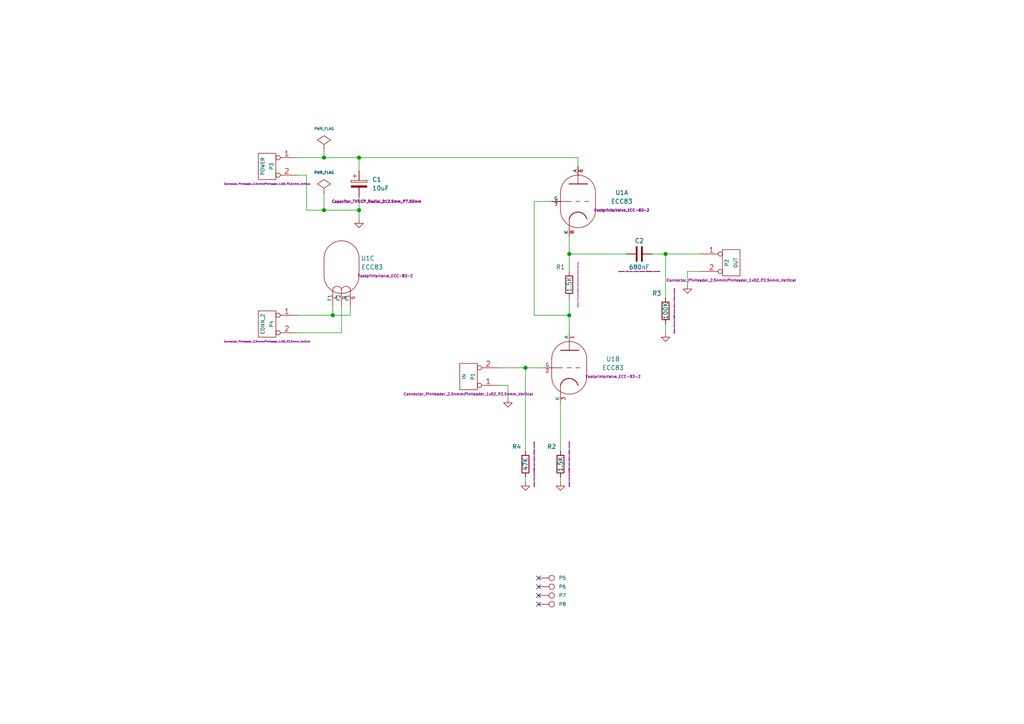
<source format=kicad_sch>
(kicad_sch (version 20231120) (generator "eeschema") (generator_version "8.0")
  (paper "A4")
  (title_block (title "ECC Push-Pull") (date "Sat 21 Mar 2015") (rev "0.1"))
  (lib_symbols
    (symbol "ecc83_schlib:C" (pin_numbers hide) (pin_names (offset 0.254))
      (property "Reference" "C" (at 0.635 2.54 0))
      (property "Value" "C" (at 0.635 -2.54 0))
      (symbol "C_0_1"
        (polyline (pts (xy -2.032 -0.762) (xy 2.032 -0.762)) (stroke (width 0.508)))
        (polyline (pts (xy -2.032 0.762) (xy 2.032 0.762)) (stroke (width 0.508)))
      )
      (symbol "C_1_1"
        (pin passive line (at 0 3.81 270) (length 2.794) (name "~") (number "1"))
        (pin passive line (at 0 -3.81 90) (length 2.794) (name "~") (number "2"))
      )
    )
    (symbol "ecc83_schlib:CONN_1" (pin_numbers hide) (pin_names (offset 0.762) hide)
      (property "Reference" "P" (at 2.032 0 0))
      (property "Footprint" "MountingHole:MountingHole_3.2mm_M3_DIN965_Pad" (at 0 -1.27 0))
      (symbol "CONN_1_0_1"
        (polyline (pts (xy -0.762 0) (xy -1.27 0)))
        (circle (center 0 0) (radius 0.7874))
      )
      (symbol "CONN_1_1_1"
        (pin passive line (at -3.81 0 0) (length 2.54) (name "1") (number "1"))
      )
    )
    (symbol "ecc83_schlib:CONN_2" (pin_names (offset 1.016) hide)
      (property "Reference" "P" (at -1.27 0 90))
      (property "Value" "CONN_2" (at 1.27 0 90))
      (symbol "CONN_2_0_1"
        (rectangle (start -2.54 3.81) (end 2.54 -3.81))
      )
      (symbol "CONN_2_1_1"
        (pin passive inverted (at -8.89 2.54 0) (length 6.35) (name "P1") (number "1"))
        (pin passive inverted (at -8.89 -2.54 0) (length 6.35) (name "PM") (number "2"))
      )
    )
    (symbol "ecc83_schlib:CP" (pin_numbers hide) (pin_names (offset 0.254))
      (property "Reference" "C" (at 0.635 2.54 0))
      (property "Value" "CP" (at 0.635 -2.54 0))
      (symbol "CP_0_1"
        (rectangle (start -2.286 0.508) (end -2.286 1.016))
        (rectangle (start -2.286 0.508) (end 2.286 0.508))
        (polyline (pts (xy -1.778 2.286) (xy -0.762 2.286)))
        (polyline (pts (xy -1.27 2.794) (xy -1.27 1.778)))
        (rectangle (start 2.286 -0.508) (end -2.286 -1.016) (fill (type outline)))
        (rectangle (start 2.286 1.016) (end -2.286 1.016))
        (rectangle (start 2.286 1.016) (end 2.286 0.508))
      )
      (symbol "CP_1_1"
        (pin passive line (at 0 3.81 270) (length 2.794) (name "~") (number "1"))
        (pin passive line (at 0 -3.81 90) (length 2.794) (name "~") (number "2"))
      )
    )
    (symbol "ecc83_schlib:ECC83" (pin_names (offset 0))
      (property "Reference" "U" (at 3.302 7.874 0))
      (property "Value" "ECC83" (at 8.89 -7.62 0))
      (symbol "ECC83_0_1"
        (arc (start -5.08 -2.54) (mid 0 -7.5979) (end 5.08 -2.54))
        (polyline (pts (xy 5.08 2.54) (xy 5.08 -2.54)))
        (polyline (pts (xy -5.08 2.54) (xy -5.08 -2.54) (xy -5.08 -2.54)))
        (arc (start 5.08 2.54) (mid 0 7.5979) (end -5.08 2.54))
      )
      (symbol "ECC83_1_0"
        (polyline (pts (xy -2.54 -5.08) (xy -2.54 -7.62)))
        (polyline (pts (xy 0 5.08) (xy 0 7.62)))
      )
      (symbol "ECC83_1_1"
        (polyline (pts (xy -5.08 0) (xy -3.175 0)))
        (polyline (pts (xy -1.905 0) (xy -3.175 0)) (stroke (width 0.1524)))
        (polyline (pts (xy -0.635 0) (xy 0.635 0)) (stroke (width 0.1524)))
        (polyline (pts (xy 1.905 0) (xy 3.175 0)) (stroke (width 0.1524)))
        (polyline (pts (xy -2.54 5.08) (xy 2.794 5.08) (xy 2.794 5.08)) (stroke (width 0.254)))
        (arc (start 2.54 -5.08) (mid 0 -3.0968) (end -2.54 -5.08) (stroke (width 0.254)))
        (pin passive line (at 0 10.16 270) (length 2.54) (name "A") (number "6"))
        (pin input line (at -7.62 0 0) (length 2.54) (name "G") (number "7"))
        (pin passive line (at -2.54 -10.16 90) (length 2.54) (name "K") (number "8"))
      )
      (symbol "ECC83_2_0"
        (polyline (pts (xy -2.54 -5.08) (xy -2.54 -7.62)))
        (polyline (pts (xy 0 5.08) (xy 0 7.62)))
      )
      (symbol "ECC83_2_1"
        (polyline (pts (xy -5.08 0) (xy -3.175 0)))
        (polyline (pts (xy -1.905 0) (xy -3.175 0)) (stroke (width 0.1524)))
        (polyline (pts (xy -0.635 0) (xy 0.635 0)) (stroke (width 0.1524)))
        (polyline (pts (xy 1.905 0) (xy 3.175 0)) (stroke (width 0.1524)))
        (polyline (pts (xy -2.54 5.08) (xy 2.794 5.08) (xy 2.794 5.08)) (stroke (width 0.254)))
        (arc (start 2.54 -5.08) (mid 0 -3.0968) (end -2.54 -5.08) (stroke (width 0.254)))
        (pin passive line (at 0 10.16 270) (length 2.54) (name "A") (number "1"))
        (pin input line (at -7.62 0 0) (length 2.54) (name "G") (number "2"))
        (pin passive line (at -2.54 -10.16 90) (length 2.54) (name "K") (number "3"))
      )
      (symbol "ECC83_3_1"
        (arc (start 0 -6.35) (mid -1.27 -5.5651) (end -2.54 -6.35))
        (arc (start 2.54 -6.35) (mid 1.27 -5.5651) (end 0 -6.35))
        (pin input line (at -2.54 -11.43 90) (length 5.08) (name "F1") (number "4"))
        (pin input line (at 2.54 -11.43 90) (length 5.08) (name "F1") (number "5"))
        (pin input line (at 0 -11.43 90) (length 5.08) (name "F2") (number "9"))
      )
    )
    (symbol "ecc83_schlib:GND" (power) (pin_names (offset 0))
      (property "Value" "GND" (at 0 -3.81 0))
      (symbol "GND_0_1"
        (polyline (pts (xy 0 0) (xy 0 -1.27) (xy 1.27 -1.27) (xy 0 -2.54) (xy -1.27 -1.27) (xy 0 -1.27)))
      )
      (symbol "GND_1_1"
        (pin power_in line (at 0 0 270) (length 0) hide (name "GND") (number "1"))
      )
    )
    (symbol "ecc83_schlib:PWR_FLAG" (power) (pin_numbers hide) (pin_names (offset 0) hide)
      (property "Value" "PWR_FLAG" (at 0 4.572 0))
      (symbol "PWR_FLAG_0_0"
        (pin power_out line (at 0 0 90) (length 0) (name "pwr") (number "1"))
      )
      (symbol "PWR_FLAG_0_1"
        (polyline (pts (xy 0 0) (xy 0 1.27) (xy -1.905 2.54) (xy 0 3.81) (xy 1.905 2.54) (xy 0 1.27)))
      )
    )
    (symbol "ecc83_schlib:R" (pin_numbers hide) (pin_names (offset 0))
      (property "Reference" "R" (at 2.032 0 90))
      (property "Value" "R" (at 0 0 90))
      (symbol "R_0_1"
        (rectangle (start -1.016 -2.54) (end 1.016 2.54) (stroke (width 0.254)))
      )
      (symbol "R_1_1"
        (pin passive line (at 0 3.81 270) (length 1.27) (name "~") (number "1"))
        (pin passive line (at 0 -3.81 90) (length 1.27) (name "~") (number "2"))
      )
    )
  )
  (junction (at 96.52 91.44) (diameter 1.016))
  (junction (at 165.1 91.44) (diameter 1.016))
  (junction (at 104.14 45.72) (diameter 1.016))
  (junction (at 93.98 45.72) (diameter 1.016))
  (junction (at 152.4 106.68) (diameter 1.016))
  (junction (at 165.1 73.66) (diameter 1.016))
  (junction (at 104.14 60.96) (diameter 1.016))
  (junction (at 193.04 73.66) (diameter 1.016))
  (junction (at 93.98 60.96) (diameter 1.016))
  (no_connect (at 156.21 175.26))
  (no_connect (at 156.21 167.64))
  (no_connect (at 156.21 172.72))
  (no_connect (at 156.21 170.18))
  (wire (pts (xy 165.1 91.44) (xy 154.94 91.44)))
  (wire (pts (xy 144.78 106.68) (xy 152.4 106.68)))
  (wire (pts (xy 88.9 50.8) (xy 88.9 60.96)))
  (wire (pts (xy 147.32 111.76) (xy 144.78 111.76)))
  (wire (pts (xy 101.6 91.44) (xy 101.6 88.9)))
  (wire (pts (xy 104.14 57.15) (xy 104.14 60.96)))
  (wire (pts (xy 86.36 50.8) (xy 88.9 50.8)))
  (wire (pts (xy 165.1 73.66) (xy 181.61 73.66)))
  (wire (pts (xy 165.1 86.36) (xy 165.1 91.44)))
  (wire (pts (xy 203.2 78.74) (xy 199.39 78.74)))
  (wire (pts (xy 86.36 96.52) (xy 99.06 96.52)))
  (wire (pts (xy 96.52 91.44) (xy 101.6 91.44)))
  (wire (pts (xy 167.64 45.72) (xy 167.64 48.26)))
  (wire (pts (xy 189.23 73.66) (xy 193.04 73.66)))
  (wire (pts (xy 88.9 60.96) (xy 93.98 60.96)))
  (wire (pts (xy 162.56 138.43) (xy 162.56 139.7)))
  (wire (pts (xy 93.98 43.18) (xy 93.98 45.72)))
  (wire (pts (xy 104.14 49.53) (xy 104.14 45.72)))
  (wire (pts (xy 199.39 78.74) (xy 199.39 82.55)))
  (wire (pts (xy 193.04 93.98) (xy 193.04 96.52)))
  (wire (pts (xy 154.94 91.44) (xy 154.94 58.42)))
  (wire (pts (xy 93.98 60.96) (xy 93.98 55.88)))
  (wire (pts (xy 96.52 91.44) (xy 96.52 88.9)))
  (wire (pts (xy 147.32 115.57) (xy 147.32 111.76)))
  (wire (pts (xy 104.14 60.96) (xy 104.14 63.5)))
  (wire (pts (xy 165.1 73.66) (xy 165.1 78.74)))
  (wire (pts (xy 154.94 58.42) (xy 160.02 58.42)))
  (wire (pts (xy 152.4 130.81) (xy 152.4 106.68)))
  (wire (pts (xy 193.04 86.36) (xy 193.04 73.66)))
  (wire (pts (xy 93.98 60.96) (xy 104.14 60.96)))
  (wire (pts (xy 152.4 138.43) (xy 152.4 139.7)))
  (wire (pts (xy 86.36 91.44) (xy 96.52 91.44)))
  (wire (pts (xy 165.1 91.44) (xy 165.1 96.52)))
  (wire (pts (xy 86.36 45.72) (xy 93.98 45.72)))
  (wire (pts (xy 93.98 45.72) (xy 104.14 45.72)))
  (wire (pts (xy 162.56 116.84) (xy 162.56 130.81)))
  (wire (pts (xy 104.14 45.72) (xy 167.64 45.72)))
  (wire (pts (xy 152.4 106.68) (xy 157.48 106.68)))
  (wire (pts (xy 99.06 96.52) (xy 99.06 88.9)))
  (wire (pts (xy 193.04 73.66) (xy 203.2 73.66)))
  (wire (pts (xy 165.1 68.58) (xy 165.1 73.66)))
  (symbol (lib_id "ecc83_schlib:R") (at 165.1 82.55 180) (unit 1)
    (property "Reference" "R1" (at 162.56 77.47 0))
    (property "Value" "1.5K" (at 165.1 82.55 90))
    (property "Footprint" "Resistor_THT:R_Axial_DIN0207_L6.3mm_D2.5mm_P7.62mm_Horizontal" (at 167.64 82.55 90) (effects (font (size 0.254 0.254))))
  )
  (symbol (lib_id "ecc83_schlib:R") (at 162.56 134.62 0) (unit 1)
    (property "Reference" "R2" (at 160.02 129.54 0))
    (property "Value" "1.5K" (at 162.56 134.62 90))
    (property "Footprint" "Resistor_THT:R_Axial_DIN0207_L6.3mm_D2.5mm_P7.62mm_Horizontal" (at 165.1 134.62 90) (effects (font (size 0.254 0.254))))
  )
  (symbol (lib_id "ecc83_schlib:R") (at 152.4 134.62 0) (unit 1)
    (property "Reference" "R4" (at 149.86 129.54 0))
    (property "Value" "47K" (at 152.4 134.62 90))
    (property "Footprint" "Resistor_THT:R_Axial_DIN0207_L6.3mm_D2.5mm_P7.62mm_Horizontal" (at 154.94 134.62 90) (effects (font (size 0.254 0.254))))
  )
  (symbol (lib_id "ecc83_schlib:R") (at 193.04 90.17 0) (unit 1)
    (property "Reference" "R3" (at 190.5 85.09 0))
    (property "Value" "100K" (at 193.04 90.17 90))
    (property "Footprint" "Resistor_THT:R_Axial_DIN0207_L6.3mm_D2.5mm_P7.62mm_Horizontal" (at 195.58 90.17 90) (effects (font (size 0.254 0.254))))
  )
  (symbol (lib_id "ecc83_schlib:C") (at 185.42 73.66 270) (unit 1)
    (property "Reference" "C2" (at 185.42 69.85 90))
    (property "Value" "680nF" (at 185.42 77.47 90))
    (property "Footprint" "Capacitor_THT:C_Axial_L12.0mm_D6.5mm_P20.00mm_Horizontal" (at 185.42 78.74 90) (effects (font (size 0.254 0.254))))
  )
  (symbol (lib_id "ecc83_schlib:CONN_2") (at 135.89 109.22 180) (unit 1)
    (property "Reference" "P1" (at 137.16 109.22 90) (effects (font (size 1.016 1.016))))
    (property "Value" "IN" (at 134.62 109.22 90) (effects (font (size 1.016 1.016))))
    (property "Footprint" "Connector_PinHeader_2.54mm:PinHeader_1x02_P2.54mm_Vertical" (at 135.89 114.3 0) (effects (font (size 0.762 0.762))))
  )
  (symbol (lib_id "ecc83_schlib:CONN_2") (at 212.09 76.2 0) (unit 1)
    (property "Reference" "P2" (at 210.82 76.2 90) (effects (font (size 1.016 1.016))))
    (property "Value" "OUT" (at 213.36 76.2 90) (effects (font (size 1.016 1.016))))
    (property "Footprint" "Connector_PinHeader_2.54mm:PinHeader_1x02_P2.54mm_Vertical" (at 212.09 81.28 0) (effects (font (size 0.762 0.762))))
  )
  (symbol (lib_id "ecc83_schlib:CONN_2") (at 77.47 48.26 0) (mirror y) (unit 1)
    (property "Reference" "P3" (at 78.74 48.26 90) (effects (font (size 1.016 1.016))))
    (property "Value" "POWER" (at 76.2 48.26 90) (effects (font (size 1.016 1.016))))
    (property "Footprint" "Connector_PinHeader_2.54mm:PinHeader_1x02_P2.54mm_Vertical" (at 77.47 53.34 0) (effects (font (size 0.508 0.508))))
  )
  (symbol (lib_id "ecc83_schlib:CP") (at 104.14 53.34 0) (unit 1)
    (property "Reference" "C1" (at 107.95 52.07 0) (effects (justify left)))
    (property "Value" "10uF" (at 107.95 54.61 0) (effects (justify left)))
    (property "Footprint" "Capacitor_THT:CP_Radial_D12.5mm_P7.50mm" (at 109.22 58.42 0) (effects (font (size 0.762 0.762))))
  )
  (symbol (lib_id "ecc83_schlib:CONN_2") (at 77.47 93.98 0) (mirror y) (unit 1)
    (property "Reference" "P4" (at 78.74 93.98 90) (effects (font (size 1.016 1.016))))
    (property "Value" "CONN_2" (at 76.2 93.98 90) (effects (font (size 1.016 1.016))))
    (property "Footprint" "Connector_PinHeader_2.54mm:PinHeader_1x02_P2.54mm_Vertical" (at 77.47 99.06 0) (effects (font (size 0.508 0.508))))
  )
  (symbol (lib_id "ecc83_schlib:PWR_FLAG") (at 93.98 55.88 0) (unit 1)
    (property "Reference" "#FLG05" (effects (hide yes)))
    (property "Value" "PWR_FLAG" (at 93.98 50.038 0) (effects (font (size 0.762 0.762))))
  )
  (symbol (lib_id "ecc83_schlib:GND") (at 152.4 139.7 0) (unit 1)
    (property "Reference" "#PWR04" (effects (hide yes)))
    (property "Value" "GND" (effects (hide yes)))
  )
  (symbol (lib_id "ecc83_schlib:GND") (at 162.56 139.7 0) (unit 1)
    (property "Reference" "#PWR03" (effects (hide yes)))
    (property "Value" "GND" (effects (hide yes)))
  )
  (symbol (lib_id "ecc83_schlib:GND") (at 193.04 96.52 0) (unit 1)
    (property "Reference" "#PWR02" (effects (hide yes)))
    (property "Value" "GND" (effects (hide yes)))
  )
  (symbol (lib_id "ecc83_schlib:GND") (at 199.39 82.55 0) (unit 1)
    (property "Reference" "#PWR01" (effects (hide yes)))
    (property "Value" "GND" (effects (hide yes)))
  )
  (symbol (lib_id "ecc83_schlib:ECC83") (at 167.64 58.42 0) (unit 1)
    (property "Reference" "U1" (at 180.34 55.88 0))
    (property "Value" "ECC83" (at 180.34 58.42 0))
    (property "Footprint" "Footprints:Valve_ECC-83-2" (at 180.34 60.96 0) (effects (font (size 0.762 0.762))))
  )
  (symbol (lib_id "ecc83_schlib:ECC83") (at 165.1 106.68 0) (unit 2)
    (property "Reference" "U1" (at 177.8 104.14 0))
    (property "Value" "ECC83" (at 177.8 106.68 0))
    (property "Footprint" "Footprints:Valve_ECC-83-2" (at 177.8 109.22 0) (effects (font (size 0.762 0.762))))
  )
  (symbol (lib_id "ecc83_schlib:ECC83") (at 99.06 77.47 0) (unit 3)
    (property "Reference" "U1" (at 106.68 74.93 0))
    (property "Value" "ECC83" (at 107.95 77.47 0))
    (property "Footprint" "Footprints:Valve_ECC-83-2" (at 111.76 80.01 0) (effects (font (size 0.762 0.762))))
  )
  (symbol (lib_id "ecc83_schlib:CONN_1") (at 160.02 167.64 0) (unit 1) (exclude_from_sim yes) (in_bom no)
    (property "Reference" "P5" (at 162.052 167.64 0) (effects (font (size 1.016 1.016)) (justify left)))
    (property "Value" "CONN_1" (effects (hide yes)))
    (property "Footprint" "Footprints:MountingHole_3.2mm_M3_DIN965_Pad" (effects (hide yes)))
  )
  (symbol (lib_id "ecc83_schlib:CONN_1") (at 160.02 170.18 0) (unit 1) (exclude_from_sim yes) (in_bom no)
    (property "Reference" "P6" (at 162.052 170.18 0) (effects (font (size 1.016 1.016)) (justify left)))
    (property "Value" "CONN_1" (effects (hide yes)))
    (property "Footprint" "Footprints:MountingHole_3.2mm_M3_DIN965_Pad" (effects (hide yes)))
  )
  (symbol (lib_id "ecc83_schlib:CONN_1") (at 160.02 172.72 0) (unit 1) (exclude_from_sim yes) (in_bom no)
    (property "Reference" "P7" (at 162.052 172.72 0) (effects (font (size 1.016 1.016)) (justify left)))
    (property "Value" "CONN_1" (effects (hide yes)))
    (property "Footprint" "Footprints:MountingHole_3.2mm_M3_DIN965_Pad" (effects (hide yes)))
  )
  (symbol (lib_id "ecc83_schlib:CONN_1") (at 160.02 175.26 0) (unit 1) (exclude_from_sim yes) (in_bom no)
    (property "Reference" "P8" (at 162.052 175.26 0) (effects (font (size 1.016 1.016)) (justify left)))
    (property "Value" "CONN_1" (effects (hide yes)))
    (property "Footprint" "Footprints:MountingHole_3.2mm_M3_DIN965_Pad" (effects (hide yes)))
  )
  (symbol (lib_id "ecc83_schlib:PWR_FLAG") (at 93.98 43.18 0) (unit 1)
    (property "Reference" "#FLG06" (effects (hide yes)))
    (property "Value" "PWR_FLAG" (at 93.98 37.338 0) (effects (font (size 0.762 0.762))))
  )
  (symbol (lib_id "ecc83_schlib:GND") (at 104.14 63.5 0) (unit 1)
    (property "Reference" "#PWR07" (effects (hide yes)))
    (property "Value" "GND" (effects (hide yes)))
  )
  (symbol (lib_id "ecc83_schlib:GND") (at 147.32 115.57 0) (unit 1)
    (property "Reference" "#PWR08" (effects (hide yes)))
    (property "Value" "GND" (effects (hide yes)))
  )
)
</source>
